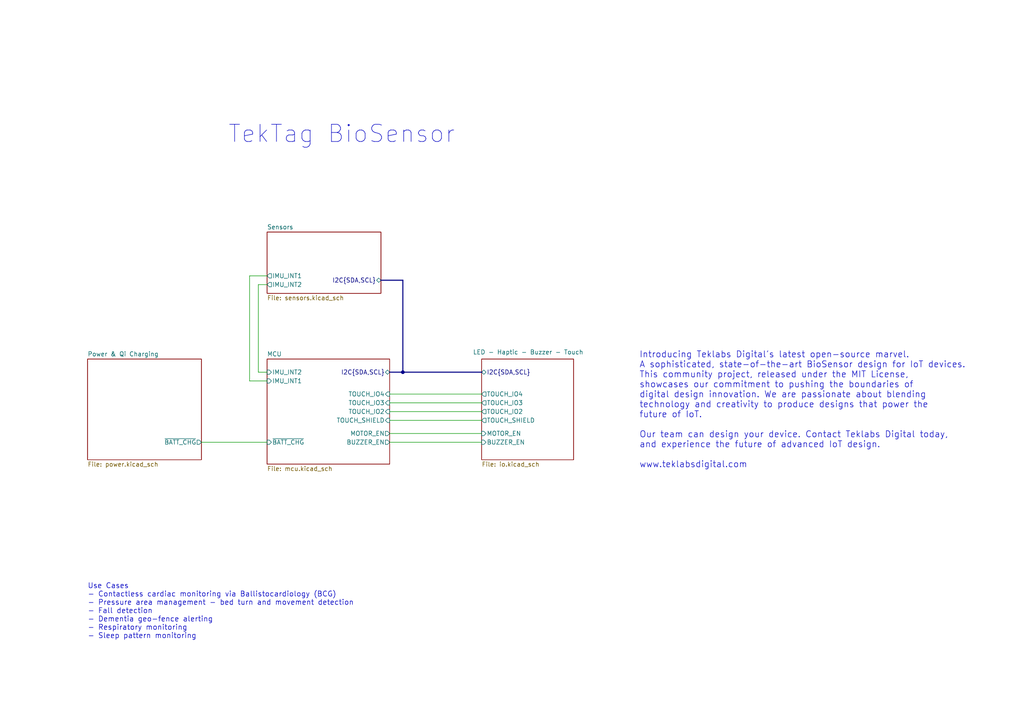
<source format=kicad_sch>
(kicad_sch (version 20211123) (generator eeschema)
  (paper "A4")
  (title_block (title "TekTag BioSensor") (date "2023-05-18") (rev "0.2 alpha") (company "© 2023 Teklabs Digital Pty Ltd") (comment 1 "Designed by Trevor Attema") (comment 2 "MIT License "))
  (lib_symbols)
  (junction (at 116.84 107.95))
  (bus (pts (xy 116.84 107.95) (xy 139.7 107.95)))
  (wire (pts (xy 113.03 125.73) (xy 139.7 125.73)))
  (wire (pts (xy 77.47 107.95) (xy 74.93 107.95)))
  (wire (pts (xy 113.03 128.27) (xy 139.7 128.27)))
  (wire (pts (xy 72.39 80.01) (xy 72.39 110.49)))
  (wire (pts (xy 58.42 128.27) (xy 77.47 128.27)))
  (bus (pts (xy 116.84 107.95) (xy 113.03 107.95)))
  (wire (pts (xy 113.03 116.84) (xy 139.7 116.84)))
  (wire (pts (xy 113.03 119.38) (xy 139.7 119.38)))
  (bus (pts (xy 116.84 81.28) (xy 116.84 107.95)))
  (wire (pts (xy 113.03 121.92) (xy 139.7 121.92)))
  (wire (pts (xy 74.93 82.55) (xy 77.47 82.55)))
  (wire (pts (xy 113.03 114.3) (xy 139.7 114.3)))
  (wire (pts (xy 74.93 107.95) (xy 74.93 82.55)))
  (bus (pts (xy 110.49 81.28) (xy 116.84 81.28)))
  (wire (pts (xy 77.47 80.01) (xy 72.39 80.01)))
  (wire (pts (xy 72.39 110.49) (xy 77.47 110.49)))
  (text "Introducing Teklabs Digital's latest open-source marvel.\nA sophisticated, state-of-the-art BioSensor design for IoT devices.\nThis community project, released under the MIT License,\nshowcases our commitment to pushing the boundaries of\ndigital design innovation. We are passionate about blending\ntechnology and creativity to produce designs that power the\nfuture of IoT.\n\nOur team can design your device. Contact Teklabs Digital today,\nand experience the future of advanced IoT design.\n\nwww.teklabsdigital.com" (at 185.42 135.89 0) (effects (font (size 1.8 1.8)) (justify left bottom)))
  (text "Use Cases\n- Contactless cardiac monitoring via Ballistocardiology (BCG)\n- Pressure area management - bed turn and movement detection\n- Fall detection\n- Dementia geo-fence alerting\n- Respiratory monitoring\n- Sleep pattern monitoring" (at 25.4 185.42 0) (effects (font (size 1.5 1.5)) (justify left bottom)))
  (text "TekTag BioSensor" (at 66.04 41.91 0) (effects (font (size 5 5)) (justify left bottom)))
  (sheet (at 77.47 104.14) (size 35.56 30.48) (stroke (width 0.1524))
    (property "Sheet name" "MCU" (at 77.47 103.4284 0) (effects (justify left bottom)))
    (property "Sheet file" "mcu.kicad_sch" (at 77.47 135.2046 0) (effects (justify left top)))
    (pin "I2C{SDA,SCL}" bidirectional (at 113.03 107.95 0))
    (pin "IMU_INT2" input (at 77.47 107.95 180))
    (pin "IMU_INT1" input (at 77.47 110.49 180))
    (pin "~{BATT_CHG}" input (at 77.47 128.27 180))
    (pin "BUZZER_EN" output (at 113.03 128.27 0))
    (pin "MOTOR_EN" output (at 113.03 125.73 0))
    (pin "TOUCH_IO3" input (at 113.03 116.84 0))
    (pin "TOUCH_IO2" input (at 113.03 119.38 0))
    (pin "TOUCH_IO4" input (at 113.03 114.3 0))
    (pin "TOUCH_SHIELD" input (at 113.03 121.92 0))
  )
  (sheet (at 77.47 67.31) (size 33.02 17.78) (stroke (width 0.1524))
    (property "Sheet name" "Sensors" (at 77.47 66.5984 0) (effects (justify left bottom)))
    (property "Sheet file" "sensors.kicad_sch" (at 77.47 85.6746 0) (effects (justify left top)))
    (pin "I2C{SDA,SCL}" bidirectional (at 110.49 81.28 0))
    (pin "IMU_INT2" output (at 77.47 82.55 180))
    (pin "IMU_INT1" output (at 77.47 80.01 180))
  )
  (sheet (at 139.7 104.14) (size 26.67 29.21) (stroke (width 0.1524))
    (property "Sheet name" "LED - Haptic - Buzzer - Touch" (at 137.16 102.87 0) (effects (justify left bottom)))
    (property "Sheet file" "io.kicad_sch" (at 139.7 133.9346 0) (effects (justify left top)))
    (pin "I2C{SDA,SCL}" bidirectional (at 139.7 107.95 180))
    (pin "MOTOR_EN" input (at 139.7 125.73 180))
    (pin "BUZZER_EN" input (at 139.7 128.27 180))
    (pin "TOUCH_SHIELD" output (at 139.7 121.92 180))
    (pin "TOUCH_IO3" output (at 139.7 116.84 180))
    (pin "TOUCH_IO4" output (at 139.7 114.3 180))
    (pin "TOUCH_IO2" output (at 139.7 119.38 180))
  )
  (sheet (at 25.4 104.14) (size 33.02 29.21) (stroke (width 0.1524))
    (property "Sheet name" "Power & Qi Charging" (at 25.4 103.4284 0) (effects (justify left bottom)))
    (property "Sheet file" "power.kicad_sch" (at 25.4 133.9346 0) (effects (justify left top)))
    (pin "~{BATT_CHG}" output (at 58.42 128.27 0))
  )
)
</source>
